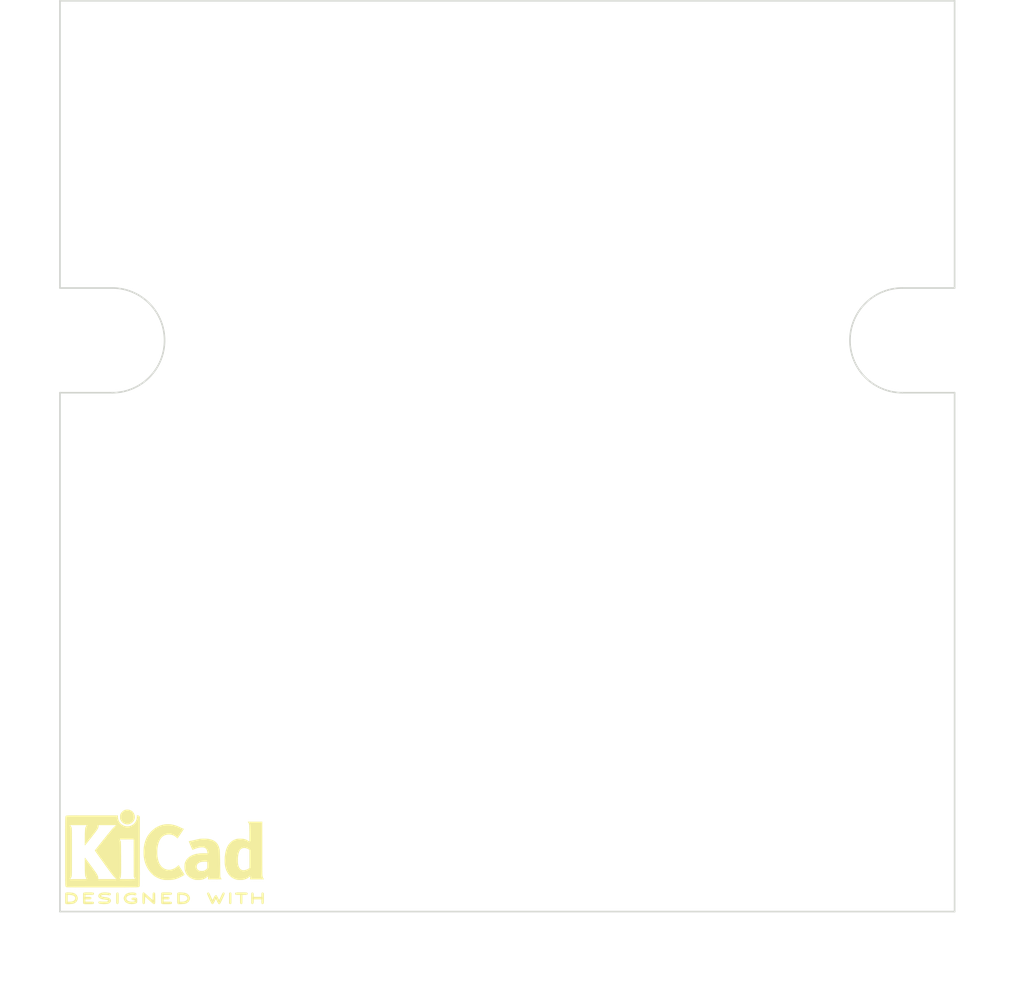
<source format=kicad_pcb>
(kicad_pcb (version 20221018) (generator pcbnew)
  (title_block (title "Enter Title On Page Setting Dialog") (rev "1") (company "Ashton Johnson"))
  (layers (0 "F.Cu" signal) (31 "B.Cu" signal) (35 "F.Paste" user) (37 "F.SilkS" user "F.Silkscreen") (39 "F.Mask" user) (44 "Edge.Cuts" user))
  (net 0 "")
  (footprint "Symbols:KiCad-Logo2_6mm_SilkScreen" (layer "F.Cu") (at 80 136)
    (fp_text reference "REF***" hide)
    (fp_text value "KiCad-Logo2_6mm_SilkScreen" hide)
    (fp_poly (pts (xy 4.188614 2.275877) (xy 4.212327 2.290647) (xy 4.238978 2.312227) (xy 4.238978 2.633773) (xy 4.238893 2.72783) (xy 4.238529 2.801932) (xy 4.237724 2.858704) (xy 4.236313 2.900768) (xy 4.234133 2.930748) (xy 4.231021 2.951267) (xy 4.226814 2.964949) (xy 4.221348 2.974416) (xy 4.217472 2.979082) (xy 4.186034 2.999575) (xy 4.150233 2.998739) (xy 4.118873 2.981264) (xy 4.092222 2.959684) (xy 4.092222 2.312227) (xy 4.118873 2.290647) (xy 4.144594 2.274949) (xy 4.1656 2.269067) (xy 4.188614 2.275877)) (stroke (width 0.01)) (fill solid) (layer "F.SilkS"))
    (fp_poly (pts (xy -2.923822 2.291645) (xy -2.917242 2.299218) (xy -2.912079 2.308987) (xy -2.908164 2.323571) (xy -2.905324 2.345585) (xy -2.903387 2.377648) (xy -2.902183 2.422375) (xy -2.901539 2.482385) (xy -2.901284 2.560294) (xy -2.901245 2.635956) (xy -2.901314 2.729802) (xy -2.901638 2.803689) (xy -2.902386 2.860232) (xy -2.903732 2.902049) (xy -2.905846 2.931757) (xy -2.9089 2.951973) (xy -2.913066 2.965314) (xy -2.918516 2.974398) (xy -2.923822 2.980267) (xy -2.956826 2.999947) (xy -2.991991 2.998181) (xy -3.023455 2.976717) (xy -3.030684 2.968337) (xy -3.036334 2.958614) (xy -3.040599 2.944861) (xy -3.043673 2.924389) (xy -3.045752 2.894512) (xy -3.04703 2.852541) (xy -3.047701 2.795789) (xy -3.047959 2.721567) (xy -3.048 2.637537) (xy -3.048 2.324485) (xy -3.020291 2.296776) (xy -2.986137 2.273463) (xy -2.953006 2.272623) (xy -2.923822 2.291645)) (stroke (width 0.01)) (fill solid) (layer "F.SilkS"))
    (fp_poly (pts (xy -2.273043 -2.973429) (xy -2.176768 -2.949191) (xy -2.090184 -2.906359) (xy -2.015373 -2.846581) (xy -1.954418 -2.771506) (xy -1.909399 -2.68278) (xy -1.883136 -2.58647) (xy -1.877286 -2.489205) (xy -1.89214 -2.395346) (xy -1.92584 -2.307489) (xy -1.976528 -2.22823) (xy -2.042345 -2.160164) (xy -2.121434 -2.105888) (xy -2.211934 -2.067998) (xy -2.2632 -2.055574) (xy -2.307698 -2.048053) (xy -2.341999 -2.045081) (xy -2.37496 -2.046906) (xy -2.415434 -2.053775) (xy -2.448531 -2.06075) (xy -2.541947 -2.092259) (xy -2.625619 -2.143383) (xy -2.697665 -2.212571) (xy -2.7562 -2.298272) (xy -2.770148 -2.325511) (xy -2.786586 -2.361878) (xy -2.796894 -2.392418) (xy -2.80246 -2.42455) (xy -2.804669 -2.465693) (xy -2.804948 -2.511778) (xy -2.800861 -2.596135) (xy -2.787446 -2.665414) (xy -2.762256 -2.726039) (xy -2.722846 -2.784433) (xy -2.684298 -2.828698) (xy -2.612406 -2.894516) (xy -2.537313 -2.939947) (xy -2.454562 -2.96715) (xy -2.376928 -2.977424) (xy -2.273043 -2.973429)) (stroke (width 0.01)) (fill solid) (layer "F.SilkS"))
    (fp_poly (pts (xy 4.963065 2.269163) (xy 5.041772 2.269542) (xy 5.102863 2.270333) (xy 5.148817 2.27167) (xy 5.182114 2.273683) (xy 5.205236 2.276506) (xy 5.220662 2.280269) (xy 5.230871 2.285105) (xy 5.235813 2.288822) (xy 5.261457 2.321358) (xy 5.264559 2.355138) (xy 5.248711 2.385826) (xy 5.238348 2.398089) (xy 5.227196 2.40645) (xy 5.211035 2.411657) (xy 5.185642 2.414457) (xy 5.146798 2.415596) (xy 5.09028 2.415821) (xy 5.07918 2.415822) (xy 4.933244 2.415822) (xy 4.933244 2.686756) (xy 4.933148 2.772154) (xy 4.932711 2.837864) (xy 4.931712 2.886774) (xy 4.929928 2.921773) (xy 4.927137 2.945749) (xy 4.923117 2.961593) (xy 4.917645 2.972191) (xy 4.910666 2.980267) (xy 4.877734 3.000112) (xy 4.843354 2.998548) (xy 4.812176 2.975906) (xy 4.809886 2.9731) (xy 4.802429 2.962492) (xy 4.796747 2.950081) (xy 4.792601 2.93285) (xy 4.78975 2.907784) (xy 4.787954 2.871867) (xy 4.786972 2.822083) (xy 4.786564 2.755417) (xy 4.786489 2.679589) (xy 4.786489 2.415822) (xy 4.647127 2.415822) (xy 4.587322 2.415418) (xy 4.545918 2.41384) (xy 4.518748 2.410547) (xy 4.501646 2.404992) (xy 4.490443 2.396631) (xy 4.489083 2.395178) (xy 4.472725 2.361939) (xy 4.474172 2.324362) (xy 4.492978 2.291645) (xy 4.50025 2.285298) (xy 4.509627 2.280266) (xy 4.523609 2.276396) (xy 4.544696 2.273537) (xy 4.575389 2.271535) (xy 4.618189 2.270239) (xy 4.675595 2.269498) (xy 4.75011 2.269158) (xy 4.844233 2.269068) (xy 4.86426 2.269067) (xy 4.963065 2.269163)) (stroke (width 0.01)) (fill solid) (layer "F.SilkS"))
    (fp_poly (pts (xy 6.228823 2.274533) (xy 6.260202 2.296776) (xy 6.287911 2.324485) (xy 6.287911 2.63392) (xy 6.287838 2.725799) (xy 6.287495 2.79784) (xy 6.286692 2.85278) (xy 6.285241 2.89336) (xy 6.282952 2.922317) (xy 6.279636 2.942391) (xy 6.275105 2.956321) (xy 6.269169 2.966845) (xy 6.264514 2.9731) (xy 6.233783 2.997673) (xy 6.198496 3.000341) (xy 6.166245 2.985271) (xy 6.155588 2.976374) (xy 6.148464 2.964557) (xy 6.144167 2.945526) (xy 6.141991 2.914992) (xy 6.141228 2.868662) (xy 6.141155 2.832871) (xy 6.141155 2.698045) (xy 5.644444 2.698045) (xy 5.644444 2.8207) (xy 5.643931 2.876787) (xy 5.641876 2.915333) (xy 5.637508 2.941361) (xy 5.630056 2.959897) (xy 5.621047 2.9731) (xy 5.590144 2.997604) (xy 5.555196 3.000506) (xy 5.521738 2.983089) (xy 5.512604 2.973959) (xy 5.506152 2.961855) (xy 5.501897 2.943001) (xy 5.499352 2.91362) (xy 5.498029 2.869937) (xy 5.497443 2.808175) (xy 5.497375 2.794) (xy 5.496891 2.677631) (xy 5.496641 2.581727) (xy 5.496723 2.504177) (xy 5.497231 2.442869) (xy 5.498262 2.39569) (xy 5.499913 2.36053) (xy 5.502279 2.335276) (xy 5.505457 2.317817) (xy 5.509544 2.306041) (xy 5.514634 2.297835) (xy 5.520266 2.291645) (xy 5.552128 2.271844) (xy 5.585357 2.274533) (xy 5.616735 2.296776) (xy 5.629433 2.311126) (xy 5.637526 2.326978) (xy 5.642042 2.349554) (xy 5.644006 2.384078) (xy 5.644444 2.435776) (xy 5.644444 2.551289) (xy 6.141155 2.551289) (xy 6.141155 2.432756) (xy 6.141662 2.378148) (xy 6.143698 2.341275) (xy 6.148035 2.317307) (xy 6.155447 2.301415) (xy 6.163733 2.291645) (xy 6.195594 2.271844) (xy 6.228823 2.274533)) (stroke (width 0.01)) (fill solid) (layer "F.SilkS"))
    (fp_poly (pts (xy 1.018309 2.269275) (xy 1.147288 2.273636) (xy 1.256991 2.286861) (xy 1.349226 2.309741) (xy 1.425802 2.34307) (xy 1.488527 2.387638) (xy 1.539212 2.444236) (xy 1.579663 2.513658) (xy 1.580459 2.515351) (xy 1.604601 2.577483) (xy 1.613203 2.632509) (xy 1.606231 2.687887) (xy 1.583654 2.751073) (xy 1.579372 2.760689) (xy 1.550172 2.816966) (xy 1.517356 2.860451) (xy 1.475002 2.897417) (xy 1.41719 2.934135) (xy 1.413831 2.936052) (xy 1.363504 2.960227) (xy 1.306621 2.978282) (xy 1.239527 2.990839) (xy 1.158565 2.998522) (xy 1.060082 3.001953) (xy 1.025286 3.002251) (xy 0.859594 3.002845) (xy 0.836197 2.9731) (xy 0.829257 2.963319) (xy 0.823842 2.951897) (xy 0.819765 2.936095) (xy 0.816837 2.913175) (xy 0.814867 2.880396) (xy 0.814225 2.856089) (xy 0.970844 2.856089) (xy 1.064726 2.856089) (xy 1.119664 2.854483) (xy 1.17606 2.850255) (xy 1.222345 2.844292) (xy 1.225139 2.84379) (xy 1.307348 2.821736) (xy 1.371114 2.7886) (xy 1.418452 2.742847) (xy 1.451382 2.682939) (xy 1.457108 2.667061) (xy 1.462721 2.642333) (xy 1.460291 2.617902) (xy 1.448467 2.5854) (xy 1.44134 2.569434) (xy 1.418 2.527006) (xy 1.38988 2.49724) (xy 1.35894 2.476511) (xy 1.296966 2.449537) (xy 1.217651 2.429998) (xy 1.125253 2.418746) (xy 1.058333 2.41627) (xy 0.970844 2.415822) (xy 0.970844 2.856089) (xy 0.814225 2.856089) (xy 0.813668 2.835021) (xy 0.81305 2.774311) (xy 0.812825 2.695526) (xy 0.8128 2.63392) (xy 0.8128 2.324485) (xy 0.840509 2.296776) (xy 0.852806 2.285544) (xy 0.866103 2.277853) (xy 0.884672 2.27304) (xy 0.912786 2.270446) (xy 0.954717 2.26941) (xy 1.014737 2.26927) (xy 1.018309 2.269275)) (stroke (width 0.01)) (fill solid) (layer "F.SilkS"))
    (fp_poly (pts (xy -6.121371 2.269066) (xy -6.081889 2.269467) (xy -5.9662 2.272259) (xy -5.869311 2.28055) (xy -5.787919 2.295232) (xy -5.718723 2.317193) (xy -5.65842 2.347322) (xy -5.603708 2.38651) (xy -5.584167 2.403532) (xy -5.55175 2.443363) (xy -5.52252 2.497413) (xy -5.499991 2.557323) (xy -5.487679 2.614739) (xy -5.4864 2.635956) (xy -5.494417 2.694769) (xy -5.515899 2.759013) (xy -5.546999 2.819821) (xy -5.583866 2.86833) (xy -5.589854 2.874182) (xy -5.640579 2.915321) (xy -5.696125 2.947435) (xy -5.759696 2.971365) (xy -5.834494 2.987953) (xy -5.923722 2.998041) (xy -6.030582 3.002469) (xy -6.079528 3.002845) (xy -6.141762 3.002545) (xy -6.185528 3.001292) (xy -6.214931 2.998554) (xy -6.234079 2.993801) (xy -6.247077 2.986501) (xy -6.254045 2.980267) (xy -6.260626 2.972694) (xy -6.265788 2.962924) (xy -6.269703 2.94834) (xy -6.272543 2.926326) (xy -6.27448 2.894264) (xy -6.275684 2.849536) (xy -6.276328 2.789526) (xy -6.276583 2.711617) (xy -6.276622 2.635956) (xy -6.27687 2.535041) (xy -6.276817 2.454427) (xy -6.275857 2.415822) (xy -6.129867 2.415822) (xy -6.129867 2.856089) (xy -6.036734 2.856004) (xy -5.980693 2.854396) (xy -5.921999 2.850256) (xy -5.873028 2.844464) (xy -5.871538 2.844226) (xy -5.792392 2.82509) (xy -5.731002 2.795287) (xy -5.684305 2.752878) (xy -5.654635 2.706961) (xy -5.636353 2.656026) (xy -5.637771 2.6082) (xy -5.658988 2.556933) (xy -5.700489 2.503899) (xy -5.757998 2.4646) (xy -5.83275 2.438331) (xy -5.882708 2.429035) (xy -5.939416 2.422507) (xy -5.999519 2.417782) (xy -6.050639 2.415817) (xy -6.053667 2.415808) (xy -6.129867 2.415822) (xy -6.275857 2.415822) (xy -6.27526 2.391851) (xy -6.270998 2.345055) (xy -6.26283 2.311778) (xy -6.249556 2.289759) (xy -6.229974 2.276739) (xy -6.202883 2.270457) (xy -6.167082 2.268653) (xy -6.121371 2.269066)) (stroke (width 0.01)) (fill solid) (layer "F.SilkS"))
    (fp_poly (pts (xy -1.300114 2.273448) (xy -1.276548 2.287273) (xy -1.245735 2.309881) (xy -1.206078 2.342338) (xy -1.15598 2.385708) (xy -1.093843 2.441058) (xy -1.018072 2.509451) (xy -0.931334 2.588084) (xy -0.750711 2.751878) (xy -0.745067 2.532029) (xy -0.743029 2.456351) (xy -0.741063 2.399994) (xy -0.738734 2.359706) (xy -0.735606 2.332235) (xy -0.731245 2.314329) (xy -0.725216 2.302737) (xy -0.717084 2.294208) (xy -0.712772 2.290623) (xy -0.678241 2.27167) (xy -0.645383 2.274441) (xy -0.619318 2.290633) (xy -0.592667 2.312199) (xy -0.589352 2.627151) (xy -0.588435 2.719779) (xy -0.587968 2.792544) (xy -0.588113 2.848161) (xy -0.589032 2.889342) (xy -0.590887 2.918803) (xy -0.593839 2.939255) (xy -0.59805 2.953413) (xy -0.603682 2.963991) (xy -0.609927 2.972474) (xy -0.623439 2.988207) (xy -0.636883 2.998636) (xy -0.652124 3.002639) (xy -0.671026 2.999094) (xy -0.695455 2.986879) (xy -0.727273 2.964871) (xy -0.768348 2.931949) (xy -0.820542 2.886991) (xy -0.885722 2.828875) (xy -0.959556 2.762099) (xy -1.224845 2.521458) (xy -1.230489 2.740589) (xy -1.232531 2.816128) (xy -1.234502 2.872354) (xy -1.236839 2.912524) (xy -1.239981 2.939896) (xy -1.244364 2.957728) (xy -1.250424 2.969279) (xy -1.2586 2.977807) (xy -1.262784 2.981282) (xy -1.299765 3.000372) (xy -1.334708 2.997493) (xy -1.365136 2.9731) (xy -1.372097 2.963286) (xy -1.377523 2.951826) (xy -1.381603 2.935968) (xy -1.384529 2.912963) (xy -1.386492 2.880062) (xy -1.387683 2.834516) (xy -1.388292 2.773573) (xy -1.388511 2.694486) (xy -1.388534 2.635956) (xy -1.38846 2.544407) (xy -1.388113 2.472687) (xy -1.387301 2.418045) (xy -1.385833 2.377732) (xy -1.383519 2.348998) (xy -1.380167 2.329093) (xy -1.375588 2.315268) (xy -1.369589 2.304772) (xy -1.365136 2.298811) (xy -1.35385 2.284691) (xy -1.343301 2.274029) (xy -1.331893 2.267892) (xy -1.31803 2.267343) (xy -1.300114 2.273448)) (stroke (width 0.01)) (fill solid) (layer "F.SilkS"))
    (fp_poly (pts (xy -1.950081 2.274599) (xy -1.881565 2.286095) (xy -1.828943 2.303967) (xy -1.794708 2.327499) (xy -1.785379 2.340924) (xy -1.775893 2.372148) (xy -1.782277 2.400395) (xy -1.80243 2.427182) (xy -1.833745 2.439713) (xy -1.879183 2.438696) (xy -1.914326 2.431906) (xy -1.992419 2.418971) (xy -2.072226 2.417742) (xy -2.161555 2.428241) (xy -2.186229 2.43269) (xy -2.269291 2.456108) (xy -2.334273 2.490945) (xy -2.380461 2.536604) (xy -2.407145 2.592494) (xy -2.412663 2.621388) (xy -2.409051 2.680012) (xy -2.385729 2.731879) (xy -2.344824 2.775978) (xy -2.288459 2.811299) (xy -2.21876 2.836829) (xy -2.137852 2.851559) (xy -2.04786 2.854478) (xy -1.95091 2.844575) (xy -1.945436 2.843641) (xy -1.906875 2.836459) (xy -1.885494 2.829521) (xy -1.876227 2.819227) (xy -1.874006 2.801976) (xy -1.873956 2.792841) (xy -1.873956 2.754489) (xy -1.942431 2.754489) (xy -2.0029 2.750347) (xy -2.044165 2.737147) (xy -2.068175 2.71373) (xy -2.076877 2.678936) (xy -2.076983 2.674394) (xy -2.071892 2.644654) (xy -2.054433 2.623419) (xy -2.021939 2.609366) (xy -1.971743 2.601173) (xy -1.923123 2.598161) (xy -1.852456 2.596433) (xy -1.801198 2.59907) (xy -1.766239 2.6088) (xy -1.74447 2.628353) (xy -1.73278 2.660456) (xy -1.72806 2.707838) (xy -1.7272 2.770071) (xy -1.728609 2.839535) (xy -1.732848 2.886786) (xy -1.739936 2.912012) (xy -1.741311 2.913988) (xy -1.780228 2.945508) (xy -1.837286 2.97047) (xy -1.908869 2.98834) (xy -1.991358 2.998586) (xy -2.081139 3.000673) (xy -2.174592 2.994068) (xy -2.229556 2.985956) (xy -2.315766 2.961554) (xy -2.395892 2.921662) (xy -2.462977 2.869887) (xy -2.473173 2.859539) (xy -2.506302 2.816035) (xy -2.536194 2.762118) (xy -2.559357 2.705592) (xy -2.572298 2.654259) (xy -2.573858 2.634544) (xy -2.567218 2.593419) (xy -2.549568 2.542252) (xy -2.524297 2.488394) (xy -2.494789 2.439195) (xy -2.468719 2.406334) (xy -2.407765 2.357452) (xy -2.328969 2.318545) (xy -2.235157 2.290494) (xy -2.12915 2.274179) (xy -2.032 2.270192) (xy -1.950081 2.274599)) (stroke (width 0.01)) (fill solid) (layer "F.SilkS"))
    (fp_poly (pts (xy 0.230343 2.26926) (xy 0.306701 2.270174) (xy 0.365217 2.272311) (xy 0.408255 2.276175) (xy 0.438183 2.282267) (xy 0.457368 2.29109) (xy 0.468176 2.303146) (xy 0.472973 2.318939) (xy 0.474127 2.33897) (xy 0.474133 2.341335) (xy 0.473131 2.363992) (xy 0.468396 2.381503) (xy 0.457333 2.394574) (xy 0.437348 2.403913) (xy 0.405846 2.410227) (xy 0.360232 2.414222) (xy 0.297913 2.416606) (xy 0.216293 2.418086) (xy 0.191277 2.418414) (xy -0.0508 2.421467) (xy -0.054186 2.486378) (xy -0.057571 2.551289) (xy 0.110576 2.551289) (xy 0.176266 2.551531) (xy 0.223172 2.552556) (xy 0.255083 2.554811) (xy 0.275791 2.558742) (xy 0.289084 2.564798) (xy 0.298755 2.573424) (xy 0.298817 2.573493) (xy 0.316356 2.607112) (xy 0.315722 2.643448) (xy 0.297314 2.674423) (xy 0.293671 2.677607) (xy 0.280741 2.685812) (xy 0.263024 2.691521) (xy 0.23657 2.695162) (xy 0.197432 2.697167) (xy 0.141662 2.697964) (xy 0.105994 2.698045) (xy -0.056445 2.698045) (xy -0.056445 2.856089) (xy 0.190161 2.856089) (xy 0.27158 2.856231) (xy 0.33341 2.856814) (xy 0.378637 2.858068) (xy 0.410248 2.860227) (xy 0.431231 2.863523) (xy 0.444573 2.868189) (xy 0.453261 2.874457) (xy 0.45545 2.876733) (xy 0.471614 2.90828) (xy 0.472797 2.944168) (xy 0.459536 2.975285) (xy 0.449043 2.985271) (xy 0.438129 2.990769) (xy 0.421217 2.995022) (xy 0.395633 2.99818) (xy 0.358701 3.000392) (xy 0.307746 3.001806) (xy 0.240094 3.002572) (xy 0.153069 3.002838) (xy 0.133394 3.002845) (xy 0.044911 3.002787) (xy -0.023773 3.002467) (xy -0.075436 3.001667) (xy -0.112855 3.000167) (xy -0.13881 2.997749) (xy -0.156078 2.994194) (xy -0.167438 2.989282) (xy -0.175668 2.982795) (xy -0.180183 2.978138) (xy -0.186979 2.969889) (xy -0.192288 2.959669) (xy -0.196294 2.9448) (xy -0.199179 2.922602) (xy -0.201126 2.890393) (xy -0.202319 2.845496) (xy -0.202939 2.785228) (xy -0.203171 2.706911) (xy -0.2032 2.640994) (xy -0.203129 2.548628) (xy -0.202792 2.476117) (xy -0.202002 2.420737) (xy -0.200574 2.379765) (xy -0.198321 2.350478) (xy -0.195057 2.330153) (xy -0.190596 2.316066) (xy -0.184752 2.305495) (xy -0.179803 2.298811) (xy -0.156406 2.269067) (xy 0.133774 2.269067) (xy 0.230343 2.26926)) (stroke (width 0.01)) (fill solid) (layer "F.SilkS"))
    (fp_poly (pts (xy -4.712794 2.269146) (xy -4.643386 2.269518) (xy -4.590997 2.270385) (xy -4.552847 2.271946) (xy -4.526159 2.274403) (xy -4.508153 2.277957) (xy -4.496049 2.28281) (xy -4.487069 2.289161) (xy -4.483818 2.292084) (xy -4.464043 2.323142) (xy -4.460482 2.358828) (xy -4.473491 2.39051) (xy -4.479506 2.396913) (xy -4.489235 2.403121) (xy -4.504901 2.40791) (xy -4.529408 2.411514) (xy -4.565661 2.414164) (xy -4.616565 2.416095) (xy -4.685026 2.417539) (xy -4.747617 2.418418) (xy -4.995334 2.421467) (xy -4.998719 2.486378) (xy -5.002105 2.551289) (xy -4.833958 2.551289) (xy -4.760959 2.551919) (xy -4.707517 2.554553) (xy -4.670628 2.560309) (xy -4.647288 2.570304) (xy -4.634494 2.585656) (xy -4.629242 2.607482) (xy -4.628445 2.627738) (xy -4.630923 2.652592) (xy -4.640277 2.670906) (xy -4.659383 2.683637) (xy -4.691118 2.691741) (xy -4.738359 2.696176) (xy -4.803983 2.697899) (xy -4.839801 2.698045) (xy -5.000978 2.698045) (xy -5.000978 2.856089) (xy -4.752622 2.856089) (xy -4.671213 2.856202) (xy -4.609342 2.856712) (xy -4.563968 2.85787) (xy -4.532054 2.85993) (xy -4.510559 2.863146) (xy -4.496443 2.867772) (xy -4.486668 2.874059) (xy -4.481689 2.878667) (xy -4.46461 2.90556) (xy -4.459111 2.929467) (xy -4.466963 2.958667) (xy -4.481689 2.980267) (xy -4.489546 2.987066) (xy -4.499688 2.992346) (xy -4.514844 2.996298) (xy -4.537741 2.999113) (xy -4.571109 3.000982) (xy -4.617675 3.002098) (xy -4.680167 3.002651) (xy -4.761314 3.002833) (xy -4.803422 3.002845) (xy -4.893598 3.002765) (xy -4.963924 3.002398) (xy -5.017129 3.001552) (xy -5.05594 3.000036) (xy -5.083087 2.997659) (xy -5.101298 2.994229) (xy -5.1133 2.989554) (xy -5.121822 2.983444) (xy -5.125156 2.980267) (xy -5.131755 2.97267) (xy -5.136927 2.96287) (xy -5.140846 2.948239) (xy -5.143684 2.926152) (xy -5.145615 2.893982) (xy -5.146812 2.849103) (xy -5.147448 2.788889) (xy -5.147697 2.710713) (xy -5.147734 2.637923) (xy -5.1477 2.544707) (xy -5.147465 2.471431) (xy -5.14683 2.415458) (xy -5.145594 2.374151) (xy -5.143556 2.344872) (xy -5.140517 2.324984) (xy -5.136277 2.31185) (xy -5.130635 2.302832) (xy -5.123391 2.295293) (xy -5.121606 2.293612) (xy -5.112945 2.286172) (xy -5.102882 2.280409) (xy -5.088625 2.276112) (xy -5.067383 2.273064) (xy -5.036364 2.271051) (xy -4.992777 2.26986) (xy -4.933831 2.269275) (xy -4.856734 2.269083) (xy -4.802001 2.269067) (xy -4.712794 2.269146)) (stroke (width 0.01)) (fill solid) (layer "F.SilkS"))
    (fp_poly (pts (xy 3.744665 2.271034) (xy 3.764255 2.278035) (xy 3.76501 2.278377) (xy 3.791613 2.298678) (xy 3.80627 2.319561) (xy 3.809138 2.329352) (xy 3.808996 2.342361) (xy 3.804961 2.360895) (xy 3.796146 2.387257) (xy 3.781669 2.423752) (xy 3.760645 2.472687) (xy 3.732188 2.536365) (xy 3.695415 2.617093) (xy 3.675175 2.661216) (xy 3.638625 2.739985) (xy 3.604315 2.812423) (xy 3.573552 2.87588) (xy 3.547648 2.927708) (xy 3.52791 2.965259) (xy 3.51565 2.985884) (xy 3.513224 2.988733) (xy 3.482183 3.001302) (xy 3.447121 2.999619) (xy 3.419 2.984332) (xy 3.417854 2.983089) (xy 3.406668 2.966154) (xy 3.387904 2.93317) (xy 3.363875 2.88838) (xy 3.336897 2.836032) (xy 3.327201 2.816742) (xy 3.254014 2.67015) (xy 3.17424 2.829393) (xy 3.145767 2.884415) (xy 3.11935 2.932132) (xy 3.097148 2.968893) (xy 3.081319 2.991044) (xy 3.075954 2.995741) (xy 3.034257 3.002102) (xy 2.999849 2.988733) (xy 2.989728 2.974446) (xy 2.972214 2.942692) (xy 2.948735 2.896597) (xy 2.92072 2.839285) (xy 2.889599 2.77388) (xy 2.856799 2.703507) (xy 2.82375 2.631291) (xy 2.791881 2.560355) (xy 2.762619 2.493825) (xy 2.737395 2.434826) (xy 2.717636 2.386481) (xy 2.704772 2.351915) (xy 2.700231 2.334253) (xy 2.700277 2.333613) (xy 2.711326 2.311388) (xy 2.73341 2.288753) (xy 2.73471 2.287768) (xy 2.761853 2.272425) (xy 2.786958 2.272574) (xy 2.796368 2.275466) (xy 2.807834 2.281718) (xy 2.82001 2.294014) (xy 2.834357 2.314908) (xy 2.852336 2.346949) (xy 2.875407 2.392688) (xy 2.90503 2.454677) (xy 2.931745 2.511898) (xy 2.96248 2.578226) (xy 2.990021 2.637874) (xy 3.012938 2.687725) (xy 3.029798 2.724664) (xy 3.039173 2.745573) (xy 3.04054 2.748845) (xy 3.046689 2.743497) (xy 3.060822 2.721109) (xy 3.081057 2.684946) (xy 3.105515 2.638277) (xy 3.115248 2.619022) (xy 3.148217 2.554004) (xy 3.173643 2.506654) (xy 3.193612 2.474219) (xy 3.21021 2.453946) (xy 3.225524 2.443082) (xy 3.24164 2.438875) (xy 3.252143 2.4384) (xy 3.27067 2.440042) (xy 3.286904 2.446831) (xy 3.303035 2.461566) (xy 3.321251 2.487044) (xy 3.343739 2.526061) (xy 3.372689 2.581414) (xy 3.388662 2.612903) (xy 3.41457 2.663087) (xy 3.437167 2.704704) (xy 3.454458 2.734242) (xy 3.46445 2.748189) (xy 3.465809 2.74877) (xy 3.472261 2.737793) (xy 3.486708 2.70929) (xy 3.507703 2.666244) (xy 3.533797 2.611638) (xy 3.563546 2.548454) (xy 3.57818 2.517071) (xy 3.61625 2.436078) (xy 3.646905 2.373756) (xy 3.671737 2.328071) (xy 3.692337 2.296989) (xy 3.710298 2.278478) (xy 3.72721 2.270504) (xy 3.744665 2.271034)) (stroke (width 0.01)) (fill solid) (layer "F.SilkS"))
    (fp_poly (pts (xy -3.691703 2.270351) (xy -3.616888 2.275581) (xy -3.547306 2.28375) (xy -3.487002 2.29455) (xy -3.44002 2.307673) (xy -3.410406 2.322813) (xy -3.40586 2.327269) (xy -3.390054 2.36185) (xy -3.394847 2.397351) (xy -3.419364 2.427725) (xy -3.420534 2.428596) (xy -3.434954 2.437954) (xy -3.450008 2.442876) (xy -3.471005 2.443473) (xy -3.503257 2.439861) (xy -3.552073 2.432154) (xy -3.556 2.431505) (xy -3.628739 2.422569) (xy -3.707217 2.418161) (xy -3.785927 2.418119) (xy -3.859361 2.422279) (xy -3.922011 2.430479) (xy -3.96837 2.442557) (xy -3.971416 2.443771) (xy -4.005048 2.462615) (xy -4.016864 2.481685) (xy -4.007614 2.500439) (xy -3.978047 2.518337) (xy -3.928911 2.534837) (xy -3.860957 2.549396) (xy -3.815645 2.556406) (xy -3.721456 2.569889) (xy -3.646544 2.582214) (xy -3.587717 2.594449) (xy -3.541785 2.607661) (xy -3.505555 2.622917) (xy -3.475838 2.641285) (xy -3.449442 2.663831) (xy -3.42823 2.685971) (xy -3.403065 2.716819) (xy -3.390681 2.743345) (xy -3.386808 2.776026) (xy -3.386667 2.787995) (xy -3.389576 2.827712) (xy -3.401202 2.857259) (xy -3.421323 2.883486) (xy -3.462216 2.923576) (xy -3.507817 2.954149) (xy -3.561513 2.976203) (xy -3.626692 2.990735) (xy -3.706744 2.998741) (xy -3.805057 3.001218) (xy -3.821289 3.001177) (xy -3.886849 2.999818) (xy -3.951866 2.99673) (xy -4.009252 2.992356) (xy -4.051922 2.98714) (xy -4.055372 2.986541) (xy -4.097796 2.976491) (xy -4.13378 2.963796) (xy -4.15415 2.95219) (xy -4.173107 2.921572) (xy -4.174427 2.885918) (xy -4.158085 2.854144) (xy -4.154429 2.850551) (xy -4.139315 2.839876) (xy -4.120415 2.835276) (xy -4.091162 2.836059) (xy -4.055651 2.840127) (xy -4.01597 2.843762) (xy -3.960345 2.846828) (xy -3.895406 2.849053) (xy -3.827785 2.850164) (xy -3.81 2.850237) (xy -3.742128 2.849964) (xy -3.692454 2.848646) (xy -3.65661 2.845827) (xy -3.630224 2.84105) (xy -3.608926 2.833857) (xy -3.596126 2.827867) (xy -3.568 2.811233) (xy -3.550068 2.796168) (xy -3.547447 2.791897) (xy -3.552976 2.774263) (xy -3.57926 2.757192) (xy -3.624478 2.741458) (xy -3.686808 2.727838) (xy -3.705171 2.724804) (xy -3.80109 2.709738) (xy -3.877641 2.697146) (xy -3.93778 2.686111) (xy -3.98446 2.67572) (xy -4.020637 2.665056) (xy -4.049265 2.653205) (xy -4.073298 2.639251) (xy -4.095692 2.622281) (xy -4.119402 2.601378) (xy -4.12738 2.594049) (xy -4.155353 2.566699) (xy -4.17016 2.545029) (xy -4.175952 2.520232) (xy -4.176889 2.488983) (xy -4.166575 2.427705) (xy -4.135752 2.37564) (xy -4.084595 2.332958) (xy -4.013283 2.299825) (xy -3.9624 2.284964) (xy -3.9071 2.275366) (xy -3.840853 2.269936) (xy -3.767706 2.268367) (xy -3.691703 2.270351)) (stroke (width 0.01)) (fill solid) (layer "F.SilkS"))
    (fp_poly (pts (xy 0.328429 -2.050929) (xy 0.48857 -2.029755) (xy 0.65251 -1.989615) (xy 0.822313 -1.930111) (xy 1.000043 -1.850846) (xy 1.01131 -1.845301) (xy 1.069005 -1.817275) (xy 1.120552 -1.793198) (xy 1.162191 -1.774751) (xy 1.190162 -1.763614) (xy 1.199733 -1.761067) (xy 1.21895 -1.756059) (xy 1.223561 -1.751853) (xy 1.218458 -1.74142) (xy 1.202418 -1.715132) (xy 1.177288 -1.675743) (xy 1.144914 -1.626009) (xy 1.107143 -1.568685) (xy 1.065822 -1.506524) (xy 1.022798 -1.442282) (xy 0.979917 -1.378715) (xy 0.939026 -1.318575) (xy 0.901971 -1.26462) (xy 0.8706 -1.219603) (xy 0.846759 -1.186279) (xy 0.832294 -1.167403) (xy 0.830309 -1.165213) (xy 0.820191 -1.169862) (xy 0.79785 -1.187038) (xy 0.76728 -1.21356) (xy 0.751536 -1.228036) (xy 0.655047 -1.303318) (xy 0.548336 -1.358759) (xy 0.432832 -1.393859) (xy 0.309962 -1.40812) (xy 0.240561 -1.406949) (xy 0.119423 -1.389788) (xy 0.010205 -1.353906) (xy -0.087418 -1.299041) (xy -0.173772 -1.22493) (xy -0.249185 -1.131312) (xy -0.313982 -1.017924) (xy -0.351399 -0.931333) (xy -0.395252 -0.795634) (xy -0.427572 -0.64815) (xy -0.448443 -0.492686) (xy -0.457949 -0.333044) (xy -0.456173 -0.173027) (xy -0.443197 -0.016439) (xy -0.419106 0.132918) (xy -0.383982 0.27124) (xy -0.337908 0.394724) (xy -0.321627 0.428978) (xy -0.25338 0.543064) (xy -0.172921 0.639557) (xy -0.08143 0.71767) (xy 0.019911 0.776617) (xy 0.12992 0.815612) (xy 0.247415 0.833868) (xy 0.288883 0.835211) (xy 0.410441 0.82429) (xy 0.530878 0.791474) (xy 0.648666 0.737439) (xy 0.762277 0.662865) (xy 0.853685 0.584539) (xy 0.900215 0.540008) (xy 1.081483 0.837271) (xy 1.12658 0.911433) (xy 1.167819 0.979646) (xy 1.203735 1.039459) (xy 1.232866 1.08842) (xy 1.25375 1.124079) (xy 1.264924 1.143984) (xy 1.266375 1.147079) (xy 1.258146 1.156718) (xy 1.232567 1.173999) (xy 1.192873 1.197283) (xy 1.142297 1.224934) (xy 1.084074 1.255315) (xy 1.021437 1.28679) (xy 0.957621 1.317722) (xy 0.89586 1.346473) (xy 0.839388 1.371408) (xy 0.791438 1.390889) (xy 0.767986 1.399318) (xy 0.634221 1.437133) (xy 0.496327 1.462136) (xy 0.348622 1.47514) (xy 0.221833 1.477468) (xy 0.153878 1.476373) (xy 0.088277 1.474275) (xy 0.030847 1.471434) (xy -0.012597 1.468106) (xy -0.026702 1.466422) (xy -0.165716 1.437587) (xy -0.307243 1.392468) (xy -0.444725 1.33375) (xy -0.571606 1.26412) (xy -0.649111 1.211441) (xy -0.776519 1.103239) (xy -0.894822 0.976671) (xy -1.001828 0.834866) (xy -1.095348 0.680951) (xy -1.17319 0.518053) (xy -1.217044 0.400756) (xy -1.267292 0.217128) (xy -1.300791 0.022581) (xy -1.317551 -0.178675) (xy -1.317584 -0.382432) (xy -1.300899 -0.584479) (xy -1.267507 -0.780608) (xy -1.21742 -0.966609) (xy -1.213603 -0.978197) (xy -1.150719 -1.14025) (xy -1.073972 -1.288168) (xy -0.980758 -1.426135) (xy -0.868473 -1.558339) (xy -0.824608 -1.603601) (xy -0.688466 -1.727543) (xy -0.548509 -1.830085) (xy -0.402589 -1.912344) (xy -0.248558 -1.975436) (xy -0.084268 -2.020477) (xy 0.011289 -2.037967) (xy 0.170023 -2.053534) (xy 0.328429 -2.050929)) (stroke (width 0.01)) (fill solid) (layer "F.SilkS"))
    (fp_poly (pts (xy 6.186507 -0.527755) (xy 6.186526 -0.293338) (xy 6.186552 -0.080397) (xy 6.186625 0.112168) (xy 6.186782 0.285459) (xy 6.187064 0.440576) (xy 6.187509 0.57862) (xy 6.188156 0.700692) (xy 6.189045 0.807894) (xy 6.190213 0.901326) (xy 6.191701 0.98209) (xy 6.193546 1.051286) (xy 6.195789 1.110015) (xy 6.198469 1.159379) (xy 6.201623 1.200478) (xy 6.205292 1.234413) (xy 6.209513 1.262286) (xy 6.214327 1.285198) (xy 6.219773 1.304249) (xy 6.225888 1.32054) (xy 6.232712 1.335173) (xy 6.240285 1.349249) (xy 6.248645 1.363868) (xy 6.253839 1.372974) (xy 6.288104 1.433689) (xy 5.429955 1.433689) (xy 5.429955 1.337733) (xy 5.429224 1.29437) (xy 5.427272 1.261205) (xy 5.424463 1.243424) (xy 5.423221 1.241778) (xy 5.411799 1.248662) (xy 5.389084 1.266505) (xy 5.366385 1.285879) (xy 5.3118 1.326614) (xy 5.242321 1.367617) (xy 5.16527 1.405123) (xy 5.087965 1.435364) (xy 5.057113 1.445012) (xy 4.988616 1.459578) (xy 4.905764 1.469539) (xy 4.816371 1.474583) (xy 4.728248 1.474396) (xy 4.649207 1.468666) (xy 4.611511 1.462858) (xy 4.473414 1.424797) (xy 4.346113 1.367073) (xy 4.230292 1.290211) (xy 4.126637 1.194739) (xy 4.035833 1.081179) (xy 3.969031 0.970381) (xy 3.914164 0.853625) (xy 3.872163 0.734276) (xy 3.842167 0.608283) (xy 3.823311 0.471594) (xy 3.814732 0.320158) (xy 3.814006 0.242711) (xy 3.8161 0.185934) (xy 4.645217 0.185934) (xy 4.645424 0.279002) (xy 4.648337 0.366692) (xy 4.654 0.443772) (xy 4.662455 0.505009) (xy 4.665038 0.51735) (xy 4.69684 0.624633) (xy 4.738498 0.711658) (xy 4.790363 0.778642) (xy 4.852781 0.825805) (xy 4.9261 0.853365) (xy 5.010669 0.861541) (xy 5.106835 0.850551) (xy 5.170311 0.834829) (xy 5.219454 0.816639) (xy 5.273583 0.790791) (xy 5.314244 0.767089) (xy 5.3848 0.720721) (xy 5.3848 -0.42947) (xy 5.317392 -0.473038) (xy 5.238867 -0.51396) (xy 5.154681 -0.540611) (xy 5.069557 -0.552535) (xy 4.988216 -0.549278) (xy 4.91538 -0.530385) (xy 4.883426 -0.514816) (xy 4.825501 -0.471819) (xy 4.776544 -0.415047) (xy 4.73539 -0.342425) (xy 4.700874 -0.251879) (xy 4.671833 -0.141334) (xy 4.670552 -0.135467) (xy 4.660381 -0.073212) (xy 4.652739 0.004594) (xy 4.64767 0.09272) (xy 4.645217 0.185934) (xy 3.8161 0.185934) (xy 3.821857 0.029895) (xy 3.843802 -0.165941) (xy 3.879786 -0.344668) (xy 3.929759 -0.506155) (xy 3.993668 -0.650274) (xy 4.071462 -0.776894) (xy 4.163089 -0.885885) (xy 4.268497 -0.977117) (xy 4.313662 -1.008068) (xy 4.414611 -1.064215) (xy 4.517901 -1.103826) (xy 4.627989 -1.127986) (xy 4.74933 -1.137781) (xy 4.841836 -1.136735) (xy 4.97149 -1.125769) (xy 5.084084 -1.103954) (xy 5.182875 -1.070286) (xy 5.271121 -1.023764) (xy 5.319986 -0.989552) (xy 5.349353 -0.967638) (xy 5.371043 -0.952667) (xy 5.379253 -0.948267) (xy 5.380868 -0.959096) (xy 5.382159 -0.989749) (xy 5.383138 -1.037474) (xy 5.383817 -1.099521) (xy 5.38421 -1.173138) (xy 5.38433 -1.255573) (xy 5.384188 -1.344075) (xy 5.383797 -1.435893) (xy 5.383171 -1.528276) (xy 5.38232 -1.618472) (xy 5.38126 -1.703729) (xy 5.380001 -1.781297) (xy 5.378556 -1.848424) (xy 5.376938 -1.902359) (xy 5.375161 -1.94035) (xy 5.374669 -1.947333) (xy 5.367092 -2.017749) (xy 5.355531 -2.072898) (xy 5.337792 -2.120019) (xy 5.311682 -2.166353) (xy 5.305415 -2.175933) (xy 5.280983 -2.212622) (xy 6.186311 -2.212622) (xy 6.186507 -0.527755)) (stroke (width 0.01)) (fill solid) (layer "F.SilkS"))
    (fp_poly (pts (xy 2.673574 -1.133448) (xy 2.825492 -1.113433) (xy 2.960756 -1.079798) (xy 3.080239 -1.032275) (xy 3.184815 -0.970595) (xy 3.262424 -0.907035) (xy 3.331265 -0.832901) (xy 3.385006 -0.753129) (xy 3.42791 -0.660909) (xy 3.443384 -0.617839) (xy 3.456244 -0.578858) (xy 3.467446 -0.542711) (xy 3.47712 -0.507566) (xy 3.485396 -0.47159) (xy 3.492403 -0.43295) (xy 3.498272 -0.389815) (xy 3.503131 -0.340351) (xy 3.50711 -0.282727) (xy 3.51034 -0.215109) (xy 3.512949 -0.135666) (xy 3.515067 -0.042564) (xy 3.516824 0.066027) (xy 3.518349 0.191942) (xy 3.519772 0.337012) (xy 3.521025 0.479778) (xy 3.522351 0.635968) (xy 3.523556 0.771239) (xy 3.524766 0.887246) (xy 3.526106 0.985645) (xy 3.5277 1.068093) (xy 3.529675 1.136246) (xy 3.532156 1.19176) (xy 3.535269 1.236292) (xy 3.539138 1.271498) (xy 3.543889 1.299034) (xy 3.549648 1.320556) (xy 3.556539 1.337722) (xy 3.564689 1.352186) (xy 3.574223 1.365606) (xy 3.585266 1.379638) (xy 3.589566 1.385071) (xy 3.605386 1.40791) (xy 3.612422 1.423463) (xy 3.612444 1.423922) (xy 3.601567 1.426121) (xy 3.570582 1.428147) (xy 3.521957 1.429942) (xy 3.458163 1.431451) (xy 3.381669 1.432616) (xy 3.294944 1.43338) (xy 3.200457 1.433686) (xy 3.18955 1.433689) (xy 2.766657 1.433689) (xy 2.763395 1.337622) (xy 2.760133 1.241556) (xy 2.698044 1.292543) (xy 2.600714 1.360057) (xy 2.490813 1.414749) (xy 2.404349 1.444978) (xy 2.335278 1.459666) (xy 2.251925 1.469659) (xy 2.162159 1.474646) (xy 2.073845 1.474313) (xy 1.994851 1.468351) (xy 1.958622 1.462638) (xy 1.818603 1.424776) (xy 1.692178 1.369932) (xy 1.58026 1.298924) (xy 1.483762 1.212568) (xy 1.4036 1.111679) (xy 1.340687 0.997076) (xy 1.296312 0.870984) (xy 1.283978 0.814401) (xy 1.276368 0.752202) (xy 1.272739 0.677363) (xy 1.272245 0.643467) (xy 1.27231 0.640282) (xy 2.032248 0.640282) (xy 2.041541 0.715333) (xy 2.069728 0.77916) (xy 2.118197 0.834798) (xy 2.123254 0.839211) (xy 2.171548 0.874037) (xy 2.223257 0.89662) (xy 2.283989 0.90854) (xy 2.359352 0.911383) (xy 2.377459 0.910978) (xy 2.431278 0.908325) (xy 2.471308 0.902909) (xy 2.506324 0.892745) (xy 2.545103 0.87585) (xy 2.555745 0.870672) (xy 2.616396 0.834844) (xy 2.663215 0.792212) (xy 2.675952 0.776973) (xy 2.720622 0.720462) (xy 2.720622 0.524586) (xy 2.720086 0.445939) (xy 2.718396 0.387988) (xy 2.715428 0.348875) (xy 2.711057 0.326741) (xy 2.706972 0.320274) (xy 2.691047 0.317111) (xy 2.657264 0.314488) (xy 2.61034 0.312655) (xy 2.554993 0.311857) (xy 2.546106 0.311842) (xy 2.42533 0.317096) (xy 2.32266 0.333263) (xy 2.236106 0.360961) (xy 2.163681 0.400808) (xy 2.108751 0.447758) (xy 2.064204 0.505645) (xy 2.03948 0.568693) (xy 2.032248 0.640282) (xy 1.27231 0.640282) (xy 1.274178 0.549712) (xy 1.282522 0.470812) (xy 1.298768 0.39959) (xy 1.324405 0.328864) (xy 1.348401 0.276493) (xy 1.40702 0.181196) (xy 1.485117 0.09317) (xy 1.580315 0.014017) (xy 1.690238 -0.05466) (xy 1.81251 -0.111259) (xy 1.944755 -0.154179) (xy 2.009422 -0.169118) (xy 2.145604 -0.191223) (xy 2.294049 -0.205806) (xy 2.445505 -0.212187) (xy 2.572064 -0.210555) (xy 2.73395 -0.203776) (xy 2.72653 -0.262755) (xy 2.707238 -0.361908) (xy 2.676104 -0.442628) (xy 2.632269 -0.505534) (xy 2.574871 -0.551244) (xy 2.503048 -0.580378) (xy 2.415941 -0.593553) (xy 2.312686 -0.591389) (xy 2.274711 -0.587388) (xy 2.13352 -0.56222) (xy 1.996707 -0.521186) (xy 1.902178 -0.483185) (xy 1.857018 -0.46381) (xy 1.818585 -0.44824) (xy 1.792234 -0.438595) (xy 1.784546 -0.436548) (xy 1.774802 -0.445626) (xy 1.758083 -0.474595) (xy 1.734232 -0.523783) (xy 1.703093 -0.593516) (xy 1.664507 -0.684121) (xy 1.65791 -0.699911) (xy 1.627853 -0.772228) (xy 1.600874 -0.837575) (xy 1.578136 -0.893094) (xy 1.560806 -0.935928) (xy 1.550048 -0.963219) (xy 1.546941 -0.972058) (xy 1.55694 -0.976813) (xy 1.583217 -0.98209) (xy 1.611489 -0.985769) (xy 1.641646 -0.990526) (xy 1.689433 -0.999972) (xy 1.750612 -1.01318) (xy 1.820946 -1.029224) (xy 1.896194 -1.04718) (xy 1.924755 -1.054203) (xy 2.029816 -1.079791) (xy 2.11748 -1.099853) (xy 2.192068 -1.115031) (xy 2.257903 -1.125965) (xy 2.319307 -1.133296) (xy 2.380602 -1.137665) (xy 2.44611 -1.139713) (xy 2.504128 -1.140111) (xy 2.673574 -1.133448)) (stroke (width 0.01)) (fill solid) (layer "F.SilkS"))
    (fp_poly (pts (xy -2.9464 -2.510946) (xy -2.935535 -2.397007) (xy -2.903918 -2.289384) (xy -2.853015 -2.190385) (xy -2.784293 -2.102316) (xy -2.699219 -2.027484) (xy -2.602232 -1.969616) (xy -2.495964 -1.929995) (xy -2.38895 -1.911427) (xy -2.2833 -1.912566) (xy -2.181125 -1.93207) (xy -2.084534 -1.968594) (xy -1.995638 -2.020795) (xy -1.916546 -2.087327) (xy -1.849369 -2.166848) (xy -1.796217 -2.258013) (xy -1.759199 -2.359477) (xy -1.740427 -2.469898) (xy -1.738489 -2.519794) (xy -1.738489 -2.607733) (xy -1.68656 -2.607733) (xy -1.650253 -2.604889) (xy -1.623355 -2.593089) (xy -1.596249 -2.569351) (xy -1.557867 -2.530969) (xy -1.557867 -0.339398) (xy -1.557876 -0.077261) (xy -1.557908 0.163241) (xy -1.557972 0.383048) (xy -1.558076 0.583101) (xy -1.558227 0.764344) (xy -1.558434 0.927716) (xy -1.558706 1.07416) (xy -1.55905 1.204617) (xy -1.559474 1.320029) (xy -1.559987 1.421338) (xy -1.560597 1.509484) (xy -1.561312 1.58541) (xy -1.56214 1.650057) (xy -1.563089 1.704367) (xy -1.564167 1.74928) (xy -1.565383 1.78574) (xy -1.566745 1.814687) (xy -1.568261 1.837063) (xy -1.569938 1.853809) (xy -1.571786 1.865868) (xy -1.573813 1.87418) (xy -1.576025 1.879687) (xy -1.577108 1.881537) (xy -1.581271 1.888549) (xy -1.584805 1.894996) (xy -1.588635 1.9009) (xy -1.593682 1.906286) (xy -1.600871 1.911178) (xy -1.611123 1.915598) (xy -1.625364 1.919572) (xy -1.644514 1.923121) (xy -1.669499 1.92627) (xy -1.70124 1.929042) (xy -1.740662 1.931461) (xy -1.788686 1.933551) (xy -1.846237 1.935335) (xy -1.914237 1.936837) (xy -1.99361 1.93808) (xy -2.085279 1.939089) (xy -2.190166 1.939885) (xy -2.309196 1.940494) (xy -2.44329 1.940939) (xy -2.593373 1.941243) (xy -2.760367 1.94143) (xy -2.945196 1.941524) (xy -3.148783 1.941548) (xy -3.37205 1.941525) (xy -3.615922 1.94148) (xy -3.881321 1.941437) (xy -3.919704 1.941432) (xy -4.186682 1.941389) (xy -4.432002 1.941318) (xy -4.656583 1.941213) (xy -4.861345 1.941066) (xy -5.047206 1.940869) (xy -5.215088 1.940616) (xy -5.365908 1.9403) (xy -5.500587 1.939913) (xy -5.620044 1.939447) (xy -5.725199 1.938897) (xy -5.816971 1.938253) (xy -5.896279 1.937511) (xy -5.964043 1.936661) (xy -6.021182 1.935697) (xy -6.068617 1.934611) (xy -6.107266 1.933397) (xy -6.138049 1.932047) (xy -6.161885 1.930555) (xy -6.179694 1.928911) (xy -6.192395 1.927111) (xy -6.200908 1.925145) (xy -6.205266 1.923477) (xy -6.213728 1.919906) (xy -6.221497 1.91727) (xy -6.228602 1.914634) (xy -6.235073 1.911062) (xy -6.240939 1.905621) (xy -6.246229 1.897375) (xy -6.250974 1.88539) (xy -6.255202 1.868731) (xy -6.258943 1.846463) (xy -6.262227 1.817652) (xy -6.265083 1.781363) (xy -6.26754 1.736661) (xy -6.269629 1.682611) (xy -6.271378 1.618279) (xy -6.272817 1.54273) (xy -6.273976 1.45503) (xy -6.274883 1.354243) (xy -6.275569 1.239434) (xy -6.276063 1.10967) (xy -6.276395 0.964015) (xy -6.276593 0.801535) (xy -6.276687 0.621295) (xy -6.276708 0.42236) (xy -6.276685 0.203796) (xy -6.276646 -0.035332) (xy -6.276622 -0.29596) (xy -6.276622 -0.338111) (xy -6.276636 -0.601008) (xy -6.276661 -0.842268) (xy -6.276671 -1.062835) (xy -6.276642 -1.263648) (xy -6.276548 -1.445651) (xy -6.276362 -1.609784) (xy -6.276059 -1.756989) (xy -6.275614 -1.888208) (xy -6.275034 -1.998133) (xy -5.972197 -1.998133) (xy -5.932407 -1.940289) (xy -5.921236 -1.924521) (xy -5.911166 -1.910559) (xy -5.902138 -1.897216) (xy -5.894097 -1.883307) (xy -5.886986 -1.867644) (xy -5.880747 -1.849042) (xy -5.875325 -1.826314) (xy -5.870662 -1.798273) (xy -5.866701 -1.763733) (xy -5.863385 -1.721508) (xy -5.860659 -1.670411) (xy -5.858464 -1.609256) (xy -5.856745 -1.536856) (xy -5.855444 -1.452025) (xy -5.854505 -1.353578) (xy -5.85387 -1.240326) (xy -5.853484 -1.111084) (xy -5.853288 -0.964666) (xy -5.853227 -0.799884) (xy -5.853243 -0.615553) (xy -5.85328 -0.410487) (xy -5.853289 -0.287867) (xy -5.853265 -0.070918) (xy -5.853231 0.124642) (xy -5.853243 0.299999) (xy -5.853358 0.456341) (xy -5.85363 0.594857) (xy -5.854118 0.716734) (xy -5.854876 0.82316) (xy -5.855962 0.915322) (xy -5.857431 0.994409) (xy -5.85934 1.061608) (xy -5.861744 1.118107) (xy -5.864701 1.165093) (xy -5.868266 1.203755) (xy -5.872495 1.23528) (xy -5.877446 1.260855) (xy -5.883173 1.28167) (xy -5.889733 1.298911) (xy -5.897183 1.313765) (xy -5.905579 1.327422) (xy -5.914976 1.341069) (xy -5.925432 1.355893) (xy -5.931523 1.364783) (xy -5.970296 1.4224) (xy -5.438732 1.4224) (xy -5.315483 1.422365) (xy -5.212987 1.422215) (xy -5.12942 1.421878) (xy -5.062956 1.421286) (xy -5.011771 1.420367) (xy -4.974041 1.419051) (xy -4.94794 1.417269) (xy -4.931644 1.414951) (xy -4.923328 1.412026) (xy -4.921168 1.408424) (xy -4.923339 1.404075) (xy -4.924535 1.402645) (xy -4.949685 1.365573) (xy -4.975583 1.312772) (xy -4.999192 1.25077) (xy -5.007461 1.224357) (xy -5.012078 1.206416) (xy -5.015979 1.185355) (xy -5.019248 1.159089) (xy -5.021966 1.125532) (xy -5.024215 1.082599) (xy -5.026077 1.028204) (xy -5.027636 0.960262) (xy -5.028972 0.876688) (xy -5.030169 0.775395) (xy -5.031308 0.6543) (xy -5.031685 0.6096) (xy -5.032702 0.484449) (xy -5.03346 0.380082) (xy -5.033903 0.294707) (xy -5.03397 0.226533) (xy -5.033605 0.173765) (xy -5.032748 0.134614) (xy -5.031341 0.107285) (xy -5.029325 0.089986) (xy -5.026643 0.080926) (xy -5.023236 0.078312) (xy -5.019044 0.080351) (xy -5.014571 0.084667) (xy -5.004216 0.097602) (xy -4.982158 0.126676) (xy -4.949957 0.169759) (xy -4.909174 0.224718) (xy -4.86137 0.289423) (xy -4.808105 0.361742) (xy -4.75094 0.439544) (xy -4.691437 0.520698) (xy -4.631155 0.603072) (xy -4.571655 0.684536) (xy -4.514498 0.762957) (xy -4.461245 0.836204) (xy -4.413457 0.902147) (xy -4.372693 0.958654) (xy -4.340516 1.003593) (xy -4.318485 1.034834) (xy -4.313917 1.041466) (xy -4.290996 1.078369) (xy -4.264188 1.126359) (xy -4.238789 1.175897) (xy -4.235568 1.182577) (xy -4.21389 1.230772) (xy -4.201304 1.268334) (xy -4.195574 1.30416) (xy -4.194456 1.3462) (xy -4.19509 1.4224) (xy -3.040651 1.4224) (xy -3.131815 1.328669) (xy -3.178612 1.278775) (xy -3.228899 1.222295) (xy -3.274944 1.168026) (xy -3.295369 1.142673) (xy -3.325807 1.103128) (xy -3.365862 1.049916) (xy -3.414361 0.984667) (xy -3.470135 0.909011) (xy -3.532011 0.824577) (xy -3.598819 0.732994) (xy -3.669387 0.635892) (xy -3.742545 0.534901) (xy -3.817121 0.43165) (xy -3.891944 0.327768) (xy -3.965843 0.224885) (xy -4.037646 0.124631) (xy -4.106184 0.028636) (xy -4.170284 -0.061473) (xy -4.228775 -0.144064) (xy -4.280486 -0.217508) (xy -4.324247 -0.280176) (xy -4.358885 -0.330439) (xy -4.38323 -0.366666) (xy -4.396111 -0.387229) (xy -4.397869 -0.391332) (xy -4.38991 -0.402658) (xy -4.369115 -0.429838) (xy -4.336847 -0.471171) (xy -4.29447 -0.524956) (xy -4.243347 -0.589494) (xy -4.184841 -0.663082) (xy -4.120314 -0.744022) (xy -4.051131 -0.830612) (xy -3.978653 -0.921152) (xy -3.904246 -1.01394) (xy -3.844517 -1.088298) (xy -2.833511 -1.088298) (xy -2.827602 -1.075341) (xy -2.813272 -1.053092) (xy -2.812225 -1.051609) (xy -2.793438 -1.021456) (xy -2.773791 -0.984625) (xy -2.769892 -0.976489) (xy -2.766356 -0.96806) (xy -2.76323 -0.957941) (xy -2.760486 -0.94474) (xy -2.758092 -0.927062) (xy -2.756019 -0.903516) (xy -2.754235 -0.872707) (xy -2.752712 -0.833243) (xy -2.751419 -0.783731) (xy -2.750326 -0.722777) (xy -2.749403 -0.648989) (xy -2.748619 -0.560972) (xy -2.747945 -0.457335) (xy -2.74735 -0.336684) (xy -2.746805 -0.197626) (xy -2.746279 -0.038768) (xy -2.745745 0.140089) (xy -2.745206 0.325207) (xy -2.744772 0.489145) (xy -2.744509 0.633303) (xy -2.744484 0.759079) (xy -2.744765 0.867871) (xy -2.745419 0.961077) (xy -2.746514 1.040097) (xy -2.748118 1.106328) (xy -2.750297 1.16117) (xy -2.753119 1.206021) (xy -2.756651 1.242278) (xy -2.760961 1.271341) (xy -2.766117 1.294609) (xy -2.772185 1.313479) (xy -2.779233 1.329351) (xy -2.787329 1.343622) (xy -2.79654 1.357691) (xy -2.80504 1.370158) (xy -2.822176 1.396452) (xy -2.832322 1.414037) (xy -2.833511 1.417257) (xy -2.822604 1.418334) (xy -2.791411 1.419335) (xy -2.742223 1.420235) (xy -2.677333 1.42101) (xy -2.59903 1.421637) (xy -2.509607 1.422091) (xy -2.411356 1.422349) (xy -2.342445 1.4224) (xy -2.237452 1.42218) (xy -2.14061 1.421548) (xy -2.054107 1.420549) (xy -1.980132 1.419227) (xy -1.920874 1.417626) (xy -1.87852 1.415791) (xy -1.85526 1.413765) (xy -1.851378 1.412493) (xy -1.859076 1.397591) (xy -1.867074 1.38956) (xy -1.880246 1.372434) (xy -1.897485 1.342183) (xy -1.909407 1.317622) (xy -1.936045 1.258711) (xy -1.93912 0.081845) (xy -1.942195 -1.095022) (xy -2.387853 -1.095022) (xy -2.48567 -1.094858) (xy -2.576064 -1.094389) (xy -2.65663 -1.093653) (xy -2.724962 -1.092684) (xy -2.778656 -1.09152) (xy -2.815305 -1.090197) (xy -2.832504 -1.088751) (xy -2.833511 -1.088298) (xy -3.844517 -1.088298) (xy -3.82927 -1.107278) (xy -3.75509 -1.199463) (xy -3.683069 -1.288796) (xy -3.614569 -1.373576) (xy -3.550955 -1.452102) (xy -3.493588 -1.522674) (xy -3.443833 -1.583591) (xy -3.403052 -1.633153) (xy -3.385888 -1.653822) (xy -3.299596 -1.754484) (xy -3.222997 -1.837741) (xy -3.154183 -1.905562) (xy -3.091248 -1.959911) (xy -3.081867 -1.967278) (xy -3.042356 -1.997883) (xy -4.174116 -1.998133) (xy -4.168827 -1.950156) (xy -4.17213 -1.892812) (xy -4.193661 -1.824537) (xy -4.233635 -1.744788) (xy -4.278943 -1.672505) (xy -4.295161 -1.64986) (xy -4.323214 -1.612304) (xy -4.36143 -1.561979) (xy -4.408137 -1.501027) (xy -4.461661 -1.431589) (xy -4.520331 -1.355806) (xy -4.582475 -1.27582) (xy -4.646421 -1.193772) (xy -4.710495 -1.111804) (xy -4.773027 -1.032057) (xy -4.832343 -0.956673) (xy -4.886771 -0.887793) (xy -4.934639 -0.827558) (xy -4.974275 -0.778111) (xy -5.004006 -0.741592) (xy -5.022161 -0.720142) (xy -5.02522 -0.716844) (xy -5.028079 -0.724851) (xy -5.030293 -0.755145) (xy -5.031857 -0.807444) (xy -5.032767 -0.881469) (xy -5.03302 -0.976937) (xy -5.032613 -1.093566) (xy -5.031704 -1.213555) (xy -5.030382 -1.345667) (xy -5.028857 -1.457406) (xy -5.026881 -1.550975) (xy -5.024206 -1.628581) (xy -5.020582 -1.692426) (xy -5.015761 -1.744717) (xy -5.009494 -1.787656) (xy -5.001532 -1.823449) (xy -4.991627 -1.8543) (xy -4.979531 -1.882414) (xy -4.964993 -1.909995) (xy -4.950311 -1.935034) (xy -4.912314 -1.998133) (xy -5.972197 -1.998133) (xy -6.275034 -1.998133) (xy -6.275001 -2.004383) (xy -6.274195 -2.106456) (xy -6.27317 -2.195367) (xy -6.2719 -2.272059) (xy -6.27036 -2.337473) (xy -6.268524 -2.392551) (xy -6.266367 -2.438235) (xy -6.263863 -2.475466) (xy -6.260987 -2.505187) (xy -6.257713 -2.528338) (xy -6.254015 -2.545861) (xy -6.249869 -2.558699) (xy -6.245247 -2.567792) (xy -6.240126 -2.574082) (xy -6.234478 -2.578512) (xy -6.228279 -2.582022) (xy -6.221504 -2.585555) (xy -6.215508 -2.589124) (xy -6.210275 -2.5917) (xy -6.202099 -2.594028) (xy -6.189886 -2.596122) (xy -6.172541 -2.597993) (xy -6.148969 -2.599653) (xy -6.118077 -2.601116) (xy -6.078768 -2.602392) (xy -6.02995 -2.603496) (xy -5.970527 -2.604439) (xy -5.899404 -2.605233) (xy -5.815488 -2.605891) (xy -5.717683 -2.606425) (xy -5.604894 -2.606847) (xy -5.476029 -2.607171) (xy -5.329991 -2.607408) (xy -5.165686 -2.60757) (xy -4.98202 -2.60767) (xy -4.777897 -2.60772) (xy -4.566753 -2.607733) (xy -2.9464 -2.607733) (xy -2.9464 -2.510946)) (stroke (width 0.01)) (fill solid) (layer "F.SilkS"))
  )
  (footprint "Mounting_Holes:MountingHole_3.2mm_M3_ISO14580" (layer "F.Cu") (at 87.695 96.647)
    (fp_text reference "MK1" hide)
    (fp_text value "MountingHole_3.2mm_M3_ISO14580" hide)
    (pad "" np_thru_hole circle locked (at 0 0) (size 3.2 3.2) (drill 3.2) (layers "*.Cu" "*.Mask"))
  )
  (footprint "Mounting_Holes:MountingHole_3.2mm_M3_ISO14580" (layer "F.Cu") (at 115.695 96.647)
    (fp_text reference "MK2" hide)
    (fp_text value "MountingHole_3.2mm_M3_ISO14580" hide)
    (pad "" np_thru_hole circle locked (at 0 0) (size 3.2 3.2) (drill 3.2) (layers "*.Cu" "*.Mask"))
  )
  (footprint "Mounting_Holes:MountingHole_3.2mm_M3_ISO14580" (layer "F.Cu") (at 87.695 124.647)
    (fp_text reference "MK3" hide)
    (fp_text value "MountingHole_3.2mm_M3_ISO14580" hide)
    (pad "" np_thru_hole circle locked (at 0 0) (size 3.2 3.2) (drill 3.2) (layers "*.Cu" "*.Mask"))
  )
  (footprint "Mounting_Holes:MountingHole_3.2mm_M3_ISO14580" (layer "F.Cu") (at 115.695 124.647)
    (fp_text reference "MK4" hide)
    (fp_text value "MountingHole_3.2mm_M3_ISO14580" hide)
    (pad "" np_thru_hole circle locked (at 0 0) (size 3.2 3.2) (drill 3.2) (layers "*.Cu" "*.Mask"))
  )
  (gr_line (start 130 139.477) (end 130 106.63) (stroke (width 0.1)) (layer "Edge.Cuts"))
  (gr_line (start 130 81.817) (end 73.39 81.817) (stroke (width 0.1)) (layer "Edge.Cuts"))
  (gr_arc (start 76.695 100) (mid 80.01 103.315) (end 76.695 106.63) (stroke (width 0.1)) (layer "Edge.Cuts"))
  (gr_line (start 126.695 100) (end 130 100) (stroke (width 0.1)) (layer "Edge.Cuts"))
  (gr_line (start 73.39 139.477) (end 130 139.477) (stroke (width 0.1)) (layer "Edge.Cuts"))
  (gr_arc (start 126.695 106.63) (mid 123.38 103.315) (end 126.695 100) (stroke (width 0.1)) (layer "Edge.Cuts"))
  (gr_line (start 130 106.63) (end 126.695 106.63) (stroke (width 0.1)) (layer "Edge.Cuts"))
  (gr_line (start 130 100) (end 130 81.817) (stroke (width 0.1)) (layer "Edge.Cuts"))
  (gr_line (start 76.695 106.63) (end 73.39 106.63) (stroke (width 0.1)) (layer "Edge.Cuts"))
  (gr_line (start 73.39 81.817) (end 73.39 100) (stroke (width 0.1)) (layer "Edge.Cuts"))
  (gr_line (start 73.39 106.63) (end 73.39 139.477) (stroke (width 0.1)) (layer "Edge.Cuts"))
  (gr_line (start 73.39 100) (end 76.695 100) (stroke (width 0.1)) (layer "Edge.Cuts"))
)
</source>
